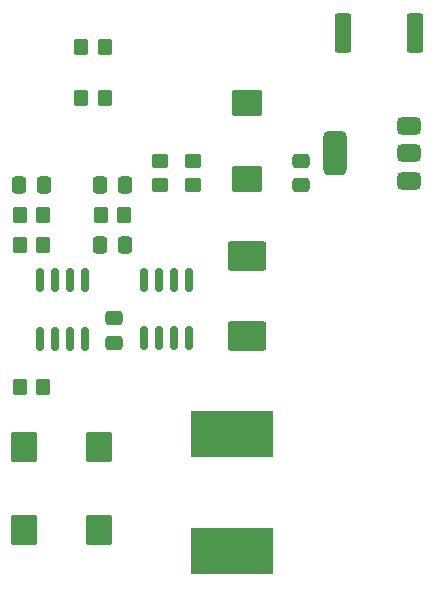
<source format=gtp>
%TF.GenerationSoftware,KiCad,Pcbnew,8.0.9*%
%TF.CreationDate,2025-05-16T13:11:34-04:00*%
%TF.ProjectId,groundside-charging,67726f75-6e64-4736-9964-652d63686172,rev?*%
%TF.SameCoordinates,Original*%
%TF.FileFunction,Paste,Top*%
%TF.FilePolarity,Positive*%
%FSLAX46Y46*%
G04 Gerber Fmt 4.6, Leading zero omitted, Abs format (unit mm)*
G04 Created by KiCad (PCBNEW 8.0.9) date 2025-05-16 13:11:34*
%MOMM*%
%LPD*%
G01*
G04 APERTURE LIST*
G04 Aperture macros list*
%AMRoundRect*
0 Rectangle with rounded corners*
0 $1 Rounding radius*
0 $2 $3 $4 $5 $6 $7 $8 $9 X,Y pos of 4 corners*
0 Add a 4 corners polygon primitive as box body*
4,1,4,$2,$3,$4,$5,$6,$7,$8,$9,$2,$3,0*
0 Add four circle primitives for the rounded corners*
1,1,$1+$1,$2,$3*
1,1,$1+$1,$4,$5*
1,1,$1+$1,$6,$7*
1,1,$1+$1,$8,$9*
0 Add four rect primitives between the rounded corners*
20,1,$1+$1,$2,$3,$4,$5,0*
20,1,$1+$1,$4,$5,$6,$7,0*
20,1,$1+$1,$6,$7,$8,$9,0*
20,1,$1+$1,$8,$9,$2,$3,0*%
G04 Aperture macros list end*
%ADD10RoundRect,0.250000X0.337500X0.475000X-0.337500X0.475000X-0.337500X-0.475000X0.337500X-0.475000X0*%
%ADD11RoundRect,0.250000X0.350000X0.450000X-0.350000X0.450000X-0.350000X-0.450000X0.350000X-0.450000X0*%
%ADD12RoundRect,0.250000X0.475000X-0.337500X0.475000X0.337500X-0.475000X0.337500X-0.475000X-0.337500X0*%
%ADD13RoundRect,0.250000X-0.350000X-0.450000X0.350000X-0.450000X0.350000X0.450000X-0.350000X0.450000X0*%
%ADD14RoundRect,0.150000X-0.150000X0.825000X-0.150000X-0.825000X0.150000X-0.825000X0.150000X0.825000X0*%
%ADD15RoundRect,0.250000X-0.337500X-0.475000X0.337500X-0.475000X0.337500X0.475000X-0.337500X0.475000X0*%
%ADD16RoundRect,0.250000X1.025000X-0.875000X1.025000X0.875000X-1.025000X0.875000X-1.025000X-0.875000X0*%
%ADD17RoundRect,0.250000X-1.400000X-1.000000X1.400000X-1.000000X1.400000X1.000000X-1.400000X1.000000X0*%
%ADD18R,7.010400X3.987800*%
%ADD19RoundRect,0.250000X0.875000X1.025000X-0.875000X1.025000X-0.875000X-1.025000X0.875000X-1.025000X0*%
%ADD20RoundRect,0.249999X0.450001X1.425001X-0.450001X1.425001X-0.450001X-1.425001X0.450001X-1.425001X0*%
%ADD21RoundRect,0.250000X-0.450000X0.350000X-0.450000X-0.350000X0.450000X-0.350000X0.450000X0.350000X0*%
%ADD22RoundRect,0.375000X0.625000X0.375000X-0.625000X0.375000X-0.625000X-0.375000X0.625000X-0.375000X0*%
%ADD23RoundRect,0.500000X0.500000X1.400000X-0.500000X1.400000X-0.500000X-1.400000X0.500000X-1.400000X0*%
%ADD24RoundRect,0.250000X0.450000X-0.350000X0.450000X0.350000X-0.450000X0.350000X-0.450000X-0.350000X0*%
G04 APERTURE END LIST*
D10*
%TO.C,C5*%
X74316500Y-115443000D03*
X72241500Y-115443000D03*
%TD*%
D11*
%TO.C,R6*%
X74279000Y-117983000D03*
X72279000Y-117983000D03*
%TD*%
D12*
%TO.C,C1*%
X96139000Y-115464500D03*
X96139000Y-113389500D03*
%TD*%
D11*
%TO.C,R8*%
X79486000Y-103759000D03*
X77486000Y-103759000D03*
%TD*%
D13*
%TO.C,R4*%
X79137000Y-117983000D03*
X81137000Y-117983000D03*
%TD*%
D11*
%TO.C,R2*%
X74279000Y-132588000D03*
X72279000Y-132588000D03*
%TD*%
D12*
%TO.C,C4*%
X80264000Y-128799500D03*
X80264000Y-126724500D03*
%TD*%
D14*
%TO.C,Q1*%
X86614000Y-128401850D03*
X85344000Y-128401850D03*
X84074000Y-128401850D03*
X82804000Y-128401850D03*
X82804000Y-123451850D03*
X86614000Y-123451850D03*
X85344000Y-123451850D03*
X84074000Y-123451850D03*
%TD*%
D15*
%TO.C,C7*%
X79099500Y-120523000D03*
X81174500Y-120523000D03*
%TD*%
%TO.C,C6*%
X79099500Y-115443000D03*
X81174500Y-115443000D03*
%TD*%
D16*
%TO.C,C8*%
X91567000Y-114935000D03*
X91567000Y-108535000D03*
%TD*%
D17*
%TO.C,D1*%
X91567000Y-121441000D03*
X91567000Y-128241000D03*
%TD*%
D18*
%TO.C,L1*%
X90297000Y-146469100D03*
X90297000Y-136486900D03*
%TD*%
D14*
%TO.C,U2*%
X77851000Y-123509000D03*
X76581000Y-123509000D03*
X75311000Y-123509000D03*
X74041000Y-123509000D03*
X74041000Y-128459000D03*
X75311000Y-128459000D03*
X76581000Y-128459000D03*
X77851000Y-128459000D03*
%TD*%
D13*
%TO.C,R9*%
X77486000Y-108077000D03*
X79486000Y-108077000D03*
%TD*%
D19*
%TO.C,C2*%
X79019000Y-137668000D03*
X72619000Y-137668000D03*
%TD*%
D20*
%TO.C,R1*%
X105793000Y-102616000D03*
X99693000Y-102616000D03*
%TD*%
D21*
%TO.C,R5*%
X86995000Y-113427000D03*
X86995000Y-115427000D03*
%TD*%
D22*
%TO.C,U1*%
X105283000Y-110476000D03*
X105283000Y-112776000D03*
D23*
X98983000Y-112776000D03*
D22*
X105283000Y-115076000D03*
%TD*%
D19*
%TO.C,C3*%
X79019000Y-144653000D03*
X72619000Y-144653000D03*
%TD*%
D11*
%TO.C,R7*%
X74279000Y-120523000D03*
X72279000Y-120523000D03*
%TD*%
D24*
%TO.C,R3*%
X84201000Y-115427000D03*
X84201000Y-113427000D03*
%TD*%
M02*

</source>
